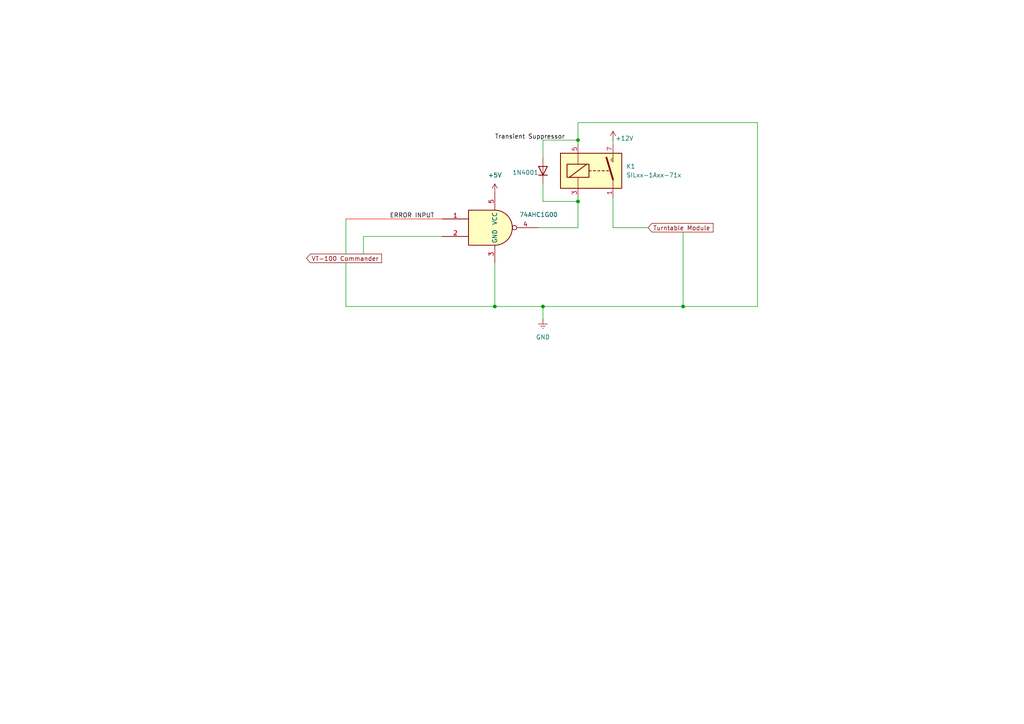
<source format=kicad_sch>
(kicad_sch (version 20231120) (generator "eeschema") (generator_version "8.0")
  (paper "A4")
  (title_block (title "NAND Anti-failure Module") (date "2025-01-06") (rev "Rev-1") (company "Electrostat-Lab"))
  (lib_symbols
    (symbol "74xGxx:74AHC1G00"
      (property "Reference" "U" (at -2.54 3.81 0))
      (property "Value" "74AHC1G00" (at 0 -3.81 0))
      (symbol "74AHC1G00_0_1"
        (arc (start 0 -5.08) (mid 5.0579 0) (end 0 5.08) (stroke (width 0.254)) (fill (type background)))
        (polyline (pts (xy 0 -5.08) (xy -7.62 -5.08) (xy -7.62 5.08) (xy 0 5.08)) (stroke (width 0.254)) (fill (type background)))
      )
      (symbol "74AHC1G00_1_1"
        (pin input line (at -15.24 2.54 0) (length 7.62) (name "~") (number "1"))
        (pin input line (at -15.24 -2.54 0) (length 7.62) (name "~") (number "2"))
        (pin power_in line (at 0 -10.16 90) (length 5.08) (name "GND") (number "3"))
        (pin output inverted (at 12.7 0 180) (length 7.62) (name "~") (number "4"))
        (pin power_in line (at 0 10.16 270) (length 5.08) (name "VCC") (number "5"))
      )
    )
    (symbol "Diode:1N4001" (pin_numbers hide) (pin_names hide)
      (property "Reference" "D" (at 0 2.54 0))
      (property "Value" "1N4001" (at 0 -2.54 0))
      (symbol "1N4001_0_1"
        (polyline (pts (xy -1.27 1.27) (xy -1.27 -1.27)) (stroke (width 0.254)))
        (polyline (pts (xy 1.27 0) (xy -1.27 0)))
        (polyline (pts (xy 1.27 1.27) (xy 1.27 -1.27) (xy -1.27 0) (xy 1.27 1.27)) (stroke (width 0.254)))
      )
      (symbol "1N4001_1_1"
        (pin passive line (at -3.81 0 0) (length 2.54) (name "K") (number "1"))
        (pin passive line (at 3.81 0 180) (length 2.54) (name "A") (number "2"))
      )
    )
    (symbol "Relay:SILxx-1Axx-71x"
      (property "Reference" "K" (at 8.89 3.81 0))
      (property "Value" "SILxx-1Axx-71x" (at 8.89 1.27 0))
      (symbol "SILxx-1Axx-71x_0_0"
        (polyline (pts (xy 5.08 5.08) (xy 5.08 2.54) (xy 4.445 3.175) (xy 5.08 3.81)))
      )
      (symbol "SILxx-1Axx-71x_0_1"
        (rectangle (start -10.16 5.08) (end 7.62 -5.08) (stroke (width 0.254)) (fill (type background)))
        (rectangle (start -8.255 1.905) (end -1.905 -1.905) (stroke (width 0.254)))
        (polyline (pts (xy -7.62 -1.905) (xy -2.54 1.905)) (stroke (width 0.254)))
        (polyline (pts (xy -5.08 -5.08) (xy -5.08 -1.905)))
        (polyline (pts (xy -5.08 5.08) (xy -5.08 1.905)))
        (polyline (pts (xy -1.905 0) (xy -1.27 0)) (stroke (width 0.254)))
        (polyline (pts (xy -0.635 0) (xy 0 0)) (stroke (width 0.254)))
        (polyline (pts (xy 0.635 0) (xy 1.27 0)) (stroke (width 0.254)))
        (polyline (pts (xy 1.905 0) (xy 2.54 0)) (stroke (width 0.254)))
        (polyline (pts (xy 3.175 0) (xy 3.81 0)) (stroke (width 0.254)))
        (polyline (pts (xy 5.08 -2.54) (xy 3.175 3.81)) (stroke (width 0.508)))
        (polyline (pts (xy 5.08 -2.54) (xy 5.08 -5.08)))
      )
      (symbol "SILxx-1Axx-71x_1_1"
        (pin passive line (at 5.08 -7.62 90) (length 2.54) (name "~") (number "1"))
        (pin passive line (at -5.08 -7.62 90) (length 2.54) (name "~") (number "3"))
        (pin passive line (at -5.08 7.62 270) (length 2.54) (name "~") (number "5"))
        (pin passive line (at 5.08 7.62 270) (length 2.54) (name "~") (number "7"))
      )
    )
    (symbol "power:+12V" (power) (pin_numbers hide) (pin_names (offset 0) hide)
      (property "Value" "+12V" (at 0 3.556 0))
      (symbol "+12V_0_1"
        (polyline (pts (xy -0.762 1.27) (xy 0 2.54)))
        (polyline (pts (xy 0 0) (xy 0 2.54)))
        (polyline (pts (xy 0 2.54) (xy 0.762 1.27)))
      )
      (symbol "+12V_1_1"
        (pin power_in line (at 0 0 90) (length 0) (name "~") (number "1"))
      )
    )
    (symbol "power:+5V" (power) (pin_numbers hide) (pin_names (offset 0) hide)
      (property "Value" "+5V" (at 0 3.556 0))
      (symbol "+5V_0_1"
        (polyline (pts (xy -0.762 1.27) (xy 0 2.54)))
        (polyline (pts (xy 0 0) (xy 0 2.54)))
        (polyline (pts (xy 0 2.54) (xy 0.762 1.27)))
      )
      (symbol "+5V_1_1"
        (pin power_in line (at 0 0 90) (length 0) (name "~") (number "1"))
      )
    )
    (symbol "power:Earth" (power) (pin_numbers hide) (pin_names (offset 0) hide)
      (property "Value" "Earth" (at 0 -3.81 0))
      (symbol "Earth_0_1"
        (polyline (pts (xy -0.635 -1.905) (xy 0.635 -1.905)))
        (polyline (pts (xy -0.127 -2.54) (xy 0.127 -2.54)))
        (polyline (pts (xy 0 -1.27) (xy 0 0)))
        (polyline (pts (xy 1.27 -1.27) (xy -1.27 -1.27)))
      )
      (symbol "Earth_1_1"
        (pin power_in line (at 0 0 270) (length 0) (name "~") (number "1"))
      )
    )
  )
  (junction (at 157.48 88.9))
  (junction (at 167.64 58.42))
  (junction (at 198.12 88.9))
  (junction (at 143.51 88.9))
  (junction (at 167.64 40.64))
  (wire (pts (xy 219.71 35.56) (xy 219.71 88.9)))
  (wire (pts (xy 128.27 68.58) (xy 105.41 68.58)))
  (wire (pts (xy 167.64 58.42) (xy 167.64 57.15)))
  (wire (pts (xy 143.51 76.2) (xy 143.51 88.9)))
  (wire (pts (xy 157.48 45.72) (xy 157.48 40.64)))
  (wire (pts (xy 198.12 88.9) (xy 219.71 88.9)))
  (wire (pts (xy 100.33 63.5) (xy 128.27 63.5)) (stroke (width 0) (color 255 16 0 1)))
  (wire (pts (xy 157.48 92.71) (xy 157.48 88.9)))
  (wire (pts (xy 198.12 67.31) (xy 198.12 88.9)))
  (wire (pts (xy 100.33 63.5) (xy 100.33 73.66)))
  (wire (pts (xy 157.48 88.9) (xy 198.12 88.9)))
  (wire (pts (xy 100.33 88.9) (xy 143.51 88.9)))
  (wire (pts (xy 157.48 40.64) (xy 167.64 40.64)))
  (wire (pts (xy 167.64 40.64) (xy 167.64 35.56)))
  (wire (pts (xy 167.64 41.91) (xy 167.64 40.64)))
  (wire (pts (xy 100.33 76.2) (xy 100.33 88.9)))
  (wire (pts (xy 157.48 53.34) (xy 157.48 58.42)))
  (wire (pts (xy 156.21 66.04) (xy 167.64 66.04)))
  (wire (pts (xy 177.8 57.15) (xy 177.8 66.04)))
  (wire (pts (xy 157.48 58.42) (xy 167.64 58.42)))
  (wire (pts (xy 167.64 35.56) (xy 219.71 35.56)))
  (wire (pts (xy 177.8 40.64) (xy 177.8 41.91)))
  (wire (pts (xy 167.64 66.04) (xy 167.64 58.42)))
  (wire (pts (xy 143.51 88.9) (xy 157.48 88.9)))
  (wire (pts (xy 177.8 66.04) (xy 187.96 66.04)))
  (wire (pts (xy 105.41 68.58) (xy 105.41 73.66)))
  (label "Transient Suppressor" (at 143.51 40.64 0))
  (label "ERROR INPUT" (at 113.03 63.5 0))
  (global_label "Turntable Module" (shape input) (at 187.96 66.04 0) (property "Intersheetrefs" "${INTERSHEET_REFS}" (effects (hide yes))))
  (global_label "VT-100 Commander" (shape input) (at 88.9 74.93 0) (property "Intersheetrefs" "${INTERSHEET_REFS}" (effects (hide yes))))
  (symbol (lib_id "power:+12V") (at 177.8 40.64 0) (unit 1)
    (property "Reference" "#PWR03" (effects (hide yes)))
    (property "Value" "+12V" (at 181.102 40.132 0))
    (property "Description" "Power symbol creates a global label with name \"+12V\"" (effects (hide yes)))
  )
  (symbol (lib_id "Relay:SILxx-1Axx-71x") (at 172.72 49.53 0) (unit 1)
    (property "Reference" "K1" (at 181.61 48.2599 0) (effects (justify left)))
    (property "Value" "SILxx-1Axx-71x" (at 181.61 50.7999 0) (effects (justify left)))
    (property "Footprint" "Relay_THT:Relay_SPST_StandexMeder_SIL_Form1A" (effects (hide yes)))
    (property "Datasheet" "https://standexelectronics.com/wp-content/uploads/datasheet_reed_relay_SIL.pdf" (effects (hide yes)))
    (property "Description" "Standex Meder SIL reed relay, SPST, Closing Contact" (effects (hide yes)))
  )
  (symbol (lib_id "power:Earth") (at 157.48 92.71 0) (unit 1)
    (property "Reference" "#PWR02" (effects (hide yes)))
    (property "Value" "GND" (at 157.48 97.79 0))
    (property "Description" "Power symbol creates a global label with name \"Earth\"" (effects (hide yes)))
  )
  (symbol (lib_id "power:+5V") (at 143.51 55.88 0) (unit 1)
    (property "Reference" "#PWR01" (effects (hide yes)))
    (property "Value" "+5V" (at 143.51 50.8 0))
    (property "Description" "Power symbol creates a global label with name \"+5V\"" (effects (hide yes)))
  )
  (symbol (lib_id "74xGxx:74AHC1G00") (at 143.51 66.04 0) (unit 1)
    (property "Reference" "U1" (effects (hide yes)))
    (property "Value" "74AHC1G00" (at 156.21 62.2614 0))
    (property "Datasheet" "http://www.ti.com/lit/sg/scyt129e/scyt129e.pdf" (effects (hide yes)))
    (property "Description" "Single NAND Gate, Low-Voltage CMOS" (effects (hide yes)))
  )
  (symbol (lib_id "Diode:1N4001") (at 157.48 49.53 90) (unit 1)
    (property "Reference" "D1" (effects (hide yes)))
    (property "Value" "1N4001" (at 148.59 50.038 90) (effects (justify right)))
    (property "Footprint" "Diode_THT:D_DO-41_SOD81_P10.16mm_Horizontal" (effects (hide yes)))
    (property "Datasheet" "http://www.vishay.com/docs/88503/1n4001.pdf" (effects (hide yes)))
    (property "Description" "50V 1A General Purpose Rectifier Diode, DO-41" (effects (hide yes)))
    (property "Sim.Device" "D" (effects (hide yes)))
    (property "Sim.Pins" "1=K 2=A" (effects (hide yes)))
  )
)
</source>
